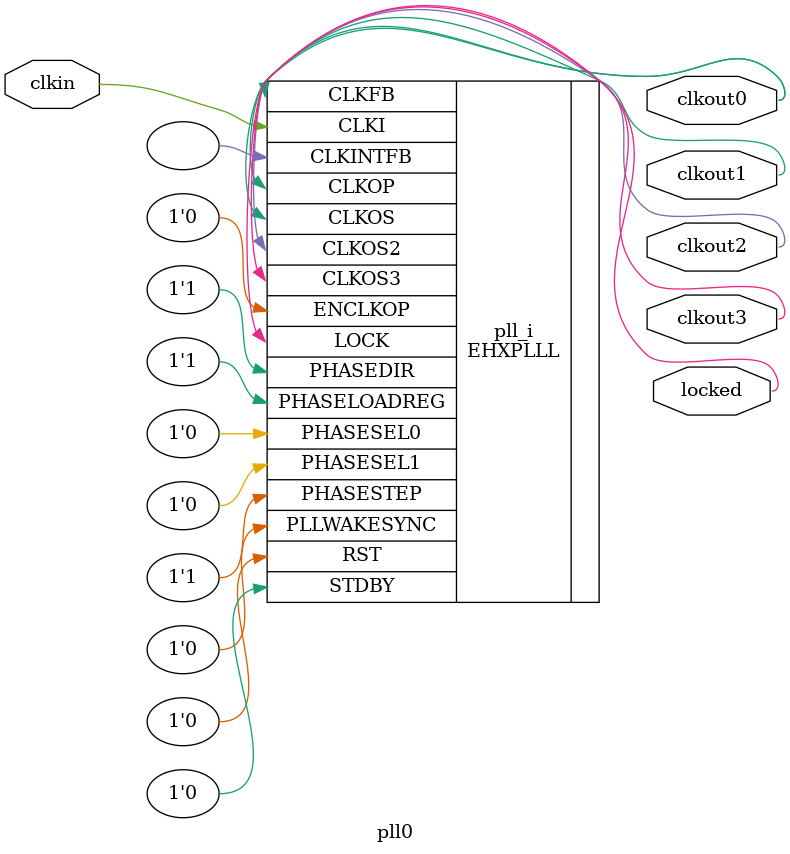
<source format=v>
module pll0
(
    input clkin, // 48 MHz, 0 deg
    output clkout0, // 100 MHz, 0 deg
    output clkout1, // 75 MHz, 0 deg
    output clkout2, // 50 MHz, 0 deg
    output clkout3, // 12 MHz, 0 deg
    output locked
);
(* FREQUENCY_PIN_CLKI="48" *)
(* FREQUENCY_PIN_CLKOP="100" *)
(* FREQUENCY_PIN_CLKOS="75" *)
(* FREQUENCY_PIN_CLKOS2="50" *)
(* FREQUENCY_PIN_CLKOS3="12" *)
(* ICP_CURRENT="12" *) (* LPF_RESISTOR="8" *) (* MFG_ENABLE_FILTEROPAMP="1" *) (* MFG_GMCREF_SEL="2" *)
EHXPLLL #(
        .PLLRST_ENA("DISABLED"),
        .INTFB_WAKE("DISABLED"),
        .STDBY_ENABLE("DISABLED"),
        .DPHASE_SOURCE("DISABLED"),
        .OUTDIVIDER_MUXA("DIVA"),
        .OUTDIVIDER_MUXB("DIVB"),
        .OUTDIVIDER_MUXC("DIVC"),
        .OUTDIVIDER_MUXD("DIVD"),
        .CLKI_DIV(12),
        .CLKOP_ENABLE("ENABLED"),
        .CLKOP_DIV(6),
        .CLKOP_CPHASE(2),
        .CLKOP_FPHASE(0),
        .CLKOS_ENABLE("ENABLED"),
        .CLKOS_DIV(8),
        .CLKOS_CPHASE(2),
        .CLKOS_FPHASE(0),
        .CLKOS2_ENABLE("ENABLED"),
        .CLKOS2_DIV(12),
        .CLKOS2_CPHASE(2),
        .CLKOS2_FPHASE(0),
        .CLKOS3_ENABLE("ENABLED"),
        .CLKOS3_DIV(50),
        .CLKOS3_CPHASE(2),
        .CLKOS3_FPHASE(0),
        .FEEDBK_PATH("CLKOP"),
        .CLKFB_DIV(25)
    ) pll_i (
        .RST(1'b0),
        .STDBY(1'b0),
        .CLKI(clkin),
        .CLKOP(clkout0),
        .CLKOS(clkout1),
        .CLKOS2(clkout2),
        .CLKOS3(clkout3),
        .CLKFB(clkout0),
        .CLKINTFB(),
        .PHASESEL0(1'b0),
        .PHASESEL1(1'b0),
        .PHASEDIR(1'b1),
        .PHASESTEP(1'b1),
        .PHASELOADREG(1'b1),
        .PLLWAKESYNC(1'b0),
        .ENCLKOP(1'b0),
        .LOCK(locked)
	);
endmodule

</source>
